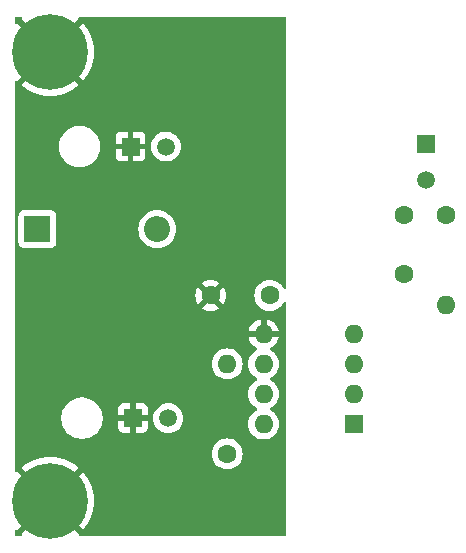
<source format=gbl>
%TF.GenerationSoftware,KiCad,Pcbnew,8.0.0-8.0.0-1~ubuntu22.04.1*%
%TF.CreationDate,2024-03-16T22:32:17-06:00*%
%TF.ProjectId,Isolated_Current_Loop_Monitor,49736f6c-6174-4656-945f-43757272656e,rev?*%
%TF.SameCoordinates,Original*%
%TF.FileFunction,Copper,L2,Bot*%
%TF.FilePolarity,Positive*%
%FSLAX46Y46*%
G04 Gerber Fmt 4.6, Leading zero omitted, Abs format (unit mm)*
G04 Created by KiCad (PCBNEW 8.0.0-8.0.0-1~ubuntu22.04.1) date 2024-03-16 22:32:17*
%MOMM*%
%LPD*%
G01*
G04 APERTURE LIST*
%TA.AperFunction,ComponentPad*%
%ADD10C,1.600000*%
%TD*%
%TA.AperFunction,ComponentPad*%
%ADD11R,1.600000X1.600000*%
%TD*%
%TA.AperFunction,ComponentPad*%
%ADD12O,1.600000X1.600000*%
%TD*%
%TA.AperFunction,ComponentPad*%
%ADD13R,1.520000X1.520000*%
%TD*%
%TA.AperFunction,ComponentPad*%
%ADD14C,1.520000*%
%TD*%
%TA.AperFunction,ComponentPad*%
%ADD15R,2.200000X2.200000*%
%TD*%
%TA.AperFunction,ComponentPad*%
%ADD16O,2.200000X2.200000*%
%TD*%
%TA.AperFunction,ComponentPad*%
%ADD17C,0.800000*%
%TD*%
%TA.AperFunction,ComponentPad*%
%ADD18C,6.400000*%
%TD*%
%TA.AperFunction,ViaPad*%
%ADD19C,0.600000*%
%TD*%
G04 APERTURE END LIST*
D10*
%TO.P,C2,1*%
%TO.N,+12V*%
X135600000Y-98600000D03*
%TO.P,C2,2*%
%TO.N,GND*%
X130600000Y-98600000D03*
%TD*%
D11*
%TO.P,U1,1,NC*%
%TO.N,unconnected-(U1-NC-Pad1)*%
X142700000Y-109500000D03*
D12*
%TO.P,U1,2,C1*%
%TO.N,Net-(U1-C1)*%
X142700000Y-106960000D03*
%TO.P,U1,3,C2*%
%TO.N,Net-(PS1-0V)*%
X142700000Y-104420000D03*
%TO.P,U1,4,NC*%
%TO.N,unconnected-(U1-NC-Pad4)*%
X142700000Y-101880000D03*
%TO.P,U1,5,GND*%
%TO.N,GND*%
X135080000Y-101880000D03*
%TO.P,U1,6,VO2*%
%TO.N,Net-(J3-Pin_2)*%
X135080000Y-104420000D03*
%TO.P,U1,7,VO1*%
%TO.N,unconnected-(U1-VO1-Pad7)*%
X135080000Y-106960000D03*
%TO.P,U1,8,VCC*%
%TO.N,+12V*%
X135080000Y-109500000D03*
%TD*%
D10*
%TO.P,C1,1*%
%TO.N,Net-(J2-Pin_1)*%
X147000000Y-91800000D03*
%TO.P,C1,2*%
%TO.N,Net-(PS1-0V)*%
X147000000Y-96800000D03*
%TD*%
D13*
%TO.P,J1,1,Pin_1*%
%TO.N,GND*%
X123810000Y-86000000D03*
D14*
%TO.P,J1,2,Pin_2*%
%TO.N,Net-(D2-A)*%
X126810000Y-86000000D03*
%TD*%
D13*
%TO.P,J3,1,Pin_1*%
%TO.N,GND*%
X124000000Y-109000000D03*
D14*
%TO.P,J3,2,Pin_2*%
%TO.N,Net-(J3-Pin_2)*%
X127000000Y-109000000D03*
%TD*%
D15*
%TO.P,D2,1,K*%
%TO.N,+12V*%
X115920000Y-93000000D03*
D16*
%TO.P,D2,2,A*%
%TO.N,Net-(D2-A)*%
X126080000Y-93000000D03*
%TD*%
D13*
%TO.P,J2,1,Pin_1*%
%TO.N,Net-(J2-Pin_1)*%
X148810000Y-85810000D03*
D14*
%TO.P,J2,2,Pin_2*%
%TO.N,Net-(J2-Pin_2)*%
X148810000Y-88810000D03*
%TD*%
D17*
%TO.P,H2,1,1*%
%TO.N,GND*%
X114600000Y-116000000D03*
X115302944Y-114302944D03*
X115302944Y-117697056D03*
X117000000Y-113600000D03*
D18*
X117000000Y-116000000D03*
D17*
X117000000Y-118400000D03*
X118697056Y-114302944D03*
X118697056Y-117697056D03*
X119400000Y-116000000D03*
%TD*%
D10*
%TO.P,R2,1*%
%TO.N,+12V*%
X132000000Y-112020000D03*
D12*
%TO.P,R2,2*%
%TO.N,Net-(J3-Pin_2)*%
X132000000Y-104400000D03*
%TD*%
D17*
%TO.P,H1,1,1*%
%TO.N,GND*%
X114600000Y-78000000D03*
X115302944Y-76302944D03*
X115302944Y-79697056D03*
X117000000Y-75600000D03*
D18*
X117000000Y-78000000D03*
D17*
X117000000Y-80400000D03*
X118697056Y-76302944D03*
X118697056Y-79697056D03*
X119400000Y-78000000D03*
%TD*%
D10*
%TO.P,R1,1*%
%TO.N,Net-(J2-Pin_2)*%
X150500000Y-91790000D03*
D12*
%TO.P,R1,2*%
%TO.N,Net-(U1-C1)*%
X150500000Y-99410000D03*
%TD*%
D19*
%TO.N,GND*%
X133900000Y-92600000D03*
%TD*%
%TA.AperFunction,Conductor*%
%TO.N,GND*%
G36*
X115091004Y-117555442D02*
G01*
X115052944Y-117647328D01*
X115052944Y-117746784D01*
X115091004Y-117838670D01*
X115161330Y-117908996D01*
X115253216Y-117947056D01*
X115352672Y-117947056D01*
X115444554Y-117908997D01*
X114564648Y-118788903D01*
X114565063Y-118796805D01*
X114592913Y-118837121D01*
X114595241Y-118906951D01*
X114559446Y-118966955D01*
X114496893Y-118998082D01*
X114475166Y-119000000D01*
X114124000Y-119000000D01*
X114056961Y-118980315D01*
X114011206Y-118927511D01*
X114000000Y-118876000D01*
X114000000Y-118524834D01*
X114019685Y-118457795D01*
X114072489Y-118412040D01*
X114141647Y-118402096D01*
X114205203Y-118431121D01*
X114209197Y-118435251D01*
X114211096Y-118435350D01*
X115091004Y-117555442D01*
G37*
%TD.AperFunction*%
%TA.AperFunction,Conductor*%
G36*
X136943039Y-75019685D02*
G01*
X136988794Y-75072489D01*
X137000000Y-75124000D01*
X137000000Y-97965737D01*
X136980315Y-98032776D01*
X136927511Y-98078531D01*
X136858353Y-98088475D01*
X136794797Y-98059450D01*
X136763618Y-98018142D01*
X136739181Y-97965737D01*
X136730568Y-97947266D01*
X136600047Y-97760861D01*
X136600045Y-97760858D01*
X136439141Y-97599954D01*
X136252734Y-97469432D01*
X136252732Y-97469431D01*
X136046497Y-97373261D01*
X136046488Y-97373258D01*
X135826697Y-97314366D01*
X135826693Y-97314365D01*
X135826692Y-97314365D01*
X135826691Y-97314364D01*
X135826686Y-97314364D01*
X135600002Y-97294532D01*
X135599998Y-97294532D01*
X135373313Y-97314364D01*
X135373302Y-97314366D01*
X135153511Y-97373258D01*
X135153502Y-97373261D01*
X134947267Y-97469431D01*
X134947265Y-97469432D01*
X134760858Y-97599954D01*
X134599954Y-97760858D01*
X134469432Y-97947265D01*
X134469431Y-97947267D01*
X134373261Y-98153502D01*
X134373258Y-98153511D01*
X134314366Y-98373302D01*
X134314364Y-98373313D01*
X134294532Y-98599998D01*
X134294532Y-98600001D01*
X134314364Y-98826686D01*
X134314366Y-98826697D01*
X134373258Y-99046488D01*
X134373261Y-99046497D01*
X134469431Y-99252732D01*
X134469432Y-99252734D01*
X134599954Y-99439141D01*
X134760858Y-99600045D01*
X134760861Y-99600047D01*
X134947266Y-99730568D01*
X135153504Y-99826739D01*
X135373308Y-99885635D01*
X135535230Y-99899801D01*
X135599998Y-99905468D01*
X135600000Y-99905468D01*
X135600002Y-99905468D01*
X135656673Y-99900509D01*
X135826692Y-99885635D01*
X136046496Y-99826739D01*
X136252734Y-99730568D01*
X136439139Y-99600047D01*
X136600047Y-99439139D01*
X136730568Y-99252734D01*
X136763618Y-99181857D01*
X136809790Y-99129418D01*
X136876983Y-99110266D01*
X136943865Y-99130482D01*
X136989199Y-99183647D01*
X137000000Y-99234262D01*
X137000000Y-118876000D01*
X136980315Y-118943039D01*
X136927511Y-118988794D01*
X136876000Y-119000000D01*
X119524832Y-119000000D01*
X119457793Y-118980315D01*
X119412038Y-118927511D01*
X119402094Y-118858353D01*
X119431119Y-118794797D01*
X119435250Y-118790800D01*
X119435350Y-118788903D01*
X118555443Y-117908996D01*
X118647328Y-117947056D01*
X118746784Y-117947056D01*
X118838670Y-117908996D01*
X118908996Y-117838670D01*
X118947056Y-117746784D01*
X118947056Y-117647328D01*
X118908996Y-117555443D01*
X119788902Y-118435349D01*
X119997475Y-118177785D01*
X119997476Y-118177783D01*
X120208689Y-117852543D01*
X120384755Y-117506994D01*
X120523737Y-117144936D01*
X120624112Y-116770330D01*
X120624113Y-116770323D01*
X120684780Y-116387287D01*
X120705078Y-116000000D01*
X120705078Y-115999999D01*
X120684780Y-115612712D01*
X120624113Y-115229676D01*
X120624112Y-115229669D01*
X120523737Y-114855063D01*
X120384755Y-114493005D01*
X120208689Y-114147456D01*
X119997468Y-113822206D01*
X119788904Y-113564649D01*
X119788903Y-113564648D01*
X118908997Y-114444553D01*
X118947056Y-114352672D01*
X118947056Y-114253216D01*
X118908996Y-114161330D01*
X118838670Y-114091004D01*
X118746784Y-114052944D01*
X118647328Y-114052944D01*
X118555443Y-114091003D01*
X119435350Y-113211096D01*
X119435350Y-113211095D01*
X119177793Y-113002531D01*
X118852543Y-112791310D01*
X118506994Y-112615244D01*
X118144936Y-112476262D01*
X117770330Y-112375887D01*
X117770323Y-112375886D01*
X117387287Y-112315219D01*
X117000001Y-112294922D01*
X116999999Y-112294922D01*
X116612712Y-112315219D01*
X116229676Y-112375886D01*
X116229669Y-112375887D01*
X115855063Y-112476262D01*
X115493005Y-112615244D01*
X115147456Y-112791310D01*
X114822206Y-113002531D01*
X114564648Y-113211095D01*
X114564648Y-113211096D01*
X115444555Y-114091002D01*
X115352672Y-114052944D01*
X115253216Y-114052944D01*
X115161330Y-114091004D01*
X115091004Y-114161330D01*
X115052944Y-114253216D01*
X115052944Y-114352672D01*
X115091002Y-114444554D01*
X114211096Y-113564648D01*
X114203193Y-113565062D01*
X114162878Y-113592912D01*
X114093047Y-113595239D01*
X114033044Y-113559443D01*
X114001918Y-113496889D01*
X114000000Y-113475164D01*
X114000000Y-112020001D01*
X130694532Y-112020001D01*
X130714364Y-112246686D01*
X130714366Y-112246697D01*
X130773258Y-112466488D01*
X130773261Y-112466497D01*
X130869431Y-112672732D01*
X130869432Y-112672734D01*
X130999954Y-112859141D01*
X131160858Y-113020045D01*
X131160861Y-113020047D01*
X131347266Y-113150568D01*
X131553504Y-113246739D01*
X131773308Y-113305635D01*
X131935230Y-113319801D01*
X131999998Y-113325468D01*
X132000000Y-113325468D01*
X132000002Y-113325468D01*
X132056673Y-113320509D01*
X132226692Y-113305635D01*
X132446496Y-113246739D01*
X132652734Y-113150568D01*
X132839139Y-113020047D01*
X133000047Y-112859139D01*
X133130568Y-112672734D01*
X133226739Y-112466496D01*
X133285635Y-112246692D01*
X133305468Y-112020000D01*
X133285635Y-111793308D01*
X133226739Y-111573504D01*
X133130568Y-111367266D01*
X133000047Y-111180861D01*
X133000045Y-111180858D01*
X132839141Y-111019954D01*
X132652734Y-110889432D01*
X132652732Y-110889431D01*
X132446497Y-110793261D01*
X132446488Y-110793258D01*
X132226697Y-110734366D01*
X132226693Y-110734365D01*
X132226692Y-110734365D01*
X132226691Y-110734364D01*
X132226686Y-110734364D01*
X132000002Y-110714532D01*
X131999998Y-110714532D01*
X131773313Y-110734364D01*
X131773302Y-110734366D01*
X131553511Y-110793258D01*
X131553502Y-110793261D01*
X131347267Y-110889431D01*
X131347265Y-110889432D01*
X131160858Y-111019954D01*
X130999954Y-111180858D01*
X130869432Y-111367265D01*
X130869431Y-111367267D01*
X130773261Y-111573502D01*
X130773258Y-111573511D01*
X130714366Y-111793302D01*
X130714364Y-111793313D01*
X130694532Y-112019998D01*
X130694532Y-112020001D01*
X114000000Y-112020001D01*
X114000000Y-109114741D01*
X117949500Y-109114741D01*
X117960311Y-109196853D01*
X117979452Y-109342238D01*
X118015091Y-109475245D01*
X118038842Y-109563887D01*
X118126650Y-109775876D01*
X118126657Y-109775890D01*
X118241392Y-109974617D01*
X118381081Y-110156661D01*
X118381089Y-110156670D01*
X118543330Y-110318911D01*
X118543338Y-110318918D01*
X118725382Y-110458607D01*
X118725385Y-110458608D01*
X118725388Y-110458611D01*
X118924112Y-110573344D01*
X118924117Y-110573346D01*
X118924123Y-110573349D01*
X119015480Y-110611190D01*
X119136113Y-110661158D01*
X119357762Y-110720548D01*
X119585266Y-110750500D01*
X119585273Y-110750500D01*
X119814727Y-110750500D01*
X119814734Y-110750500D01*
X120042238Y-110720548D01*
X120263887Y-110661158D01*
X120475888Y-110573344D01*
X120674612Y-110458611D01*
X120856661Y-110318919D01*
X120856665Y-110318914D01*
X120856670Y-110318911D01*
X121018911Y-110156670D01*
X121018914Y-110156665D01*
X121018919Y-110156661D01*
X121158611Y-109974612D01*
X121254894Y-109807844D01*
X122740000Y-109807844D01*
X122746401Y-109867372D01*
X122746403Y-109867379D01*
X122796645Y-110002086D01*
X122796649Y-110002093D01*
X122882809Y-110117187D01*
X122882812Y-110117190D01*
X122997906Y-110203350D01*
X122997913Y-110203354D01*
X123132620Y-110253596D01*
X123132627Y-110253598D01*
X123192155Y-110259999D01*
X123192172Y-110260000D01*
X123750000Y-110260000D01*
X123750000Y-109444560D01*
X123803147Y-109475245D01*
X123932857Y-109510000D01*
X124067143Y-109510000D01*
X124196853Y-109475245D01*
X124250000Y-109444560D01*
X124250000Y-110260000D01*
X124807828Y-110260000D01*
X124807844Y-110259999D01*
X124867372Y-110253598D01*
X124867379Y-110253596D01*
X125002086Y-110203354D01*
X125002093Y-110203350D01*
X125117187Y-110117190D01*
X125117190Y-110117187D01*
X125203350Y-110002093D01*
X125203354Y-110002086D01*
X125253596Y-109867379D01*
X125253598Y-109867372D01*
X125259999Y-109807844D01*
X125260000Y-109807827D01*
X125260000Y-109250000D01*
X124444560Y-109250000D01*
X124475245Y-109196853D01*
X124510000Y-109067143D01*
X124510000Y-109000001D01*
X125734685Y-109000001D01*
X125753907Y-109219714D01*
X125753909Y-109219724D01*
X125810990Y-109432755D01*
X125810995Y-109432769D01*
X125904203Y-109632654D01*
X125904207Y-109632662D01*
X126030712Y-109813330D01*
X126186669Y-109969287D01*
X126367337Y-110095792D01*
X126367339Y-110095793D01*
X126367342Y-110095795D01*
X126487603Y-110151873D01*
X126567230Y-110189004D01*
X126567232Y-110189004D01*
X126567237Y-110189007D01*
X126780280Y-110246092D01*
X126937222Y-110259822D01*
X126999998Y-110265315D01*
X127000000Y-110265315D01*
X127000002Y-110265315D01*
X127060762Y-110259999D01*
X127219720Y-110246092D01*
X127432763Y-110189007D01*
X127632658Y-110095795D01*
X127813329Y-109969288D01*
X127969288Y-109813329D01*
X128095795Y-109632658D01*
X128157654Y-109500001D01*
X133774532Y-109500001D01*
X133794364Y-109726686D01*
X133794366Y-109726697D01*
X133853258Y-109946488D01*
X133853261Y-109946497D01*
X133949431Y-110152732D01*
X133949432Y-110152734D01*
X134079954Y-110339141D01*
X134240858Y-110500045D01*
X134240861Y-110500047D01*
X134427266Y-110630568D01*
X134633504Y-110726739D01*
X134853308Y-110785635D01*
X135015230Y-110799801D01*
X135079998Y-110805468D01*
X135080000Y-110805468D01*
X135080002Y-110805468D01*
X135136673Y-110800509D01*
X135306692Y-110785635D01*
X135526496Y-110726739D01*
X135732734Y-110630568D01*
X135919139Y-110500047D01*
X136080047Y-110339139D01*
X136210568Y-110152734D01*
X136306739Y-109946496D01*
X136365635Y-109726692D01*
X136385468Y-109500000D01*
X136365635Y-109273308D01*
X136306739Y-109053504D01*
X136210568Y-108847266D01*
X136080047Y-108660861D01*
X136080045Y-108660858D01*
X135919141Y-108499954D01*
X135732734Y-108369432D01*
X135732728Y-108369429D01*
X135674725Y-108342382D01*
X135622285Y-108296210D01*
X135603133Y-108229017D01*
X135623348Y-108162135D01*
X135674725Y-108117618D01*
X135732734Y-108090568D01*
X135919139Y-107960047D01*
X136080047Y-107799139D01*
X136210568Y-107612734D01*
X136306739Y-107406496D01*
X136365635Y-107186692D01*
X136385468Y-106960000D01*
X136365635Y-106733308D01*
X136306739Y-106513504D01*
X136210568Y-106307266D01*
X136080047Y-106120861D01*
X136080045Y-106120858D01*
X135919141Y-105959954D01*
X135732734Y-105829432D01*
X135732728Y-105829429D01*
X135674725Y-105802382D01*
X135622285Y-105756210D01*
X135603133Y-105689017D01*
X135623348Y-105622135D01*
X135674725Y-105577618D01*
X135732734Y-105550568D01*
X135919139Y-105420047D01*
X136080047Y-105259139D01*
X136210568Y-105072734D01*
X136306739Y-104866496D01*
X136365635Y-104646692D01*
X136385468Y-104420000D01*
X136365635Y-104193308D01*
X136306739Y-103973504D01*
X136210568Y-103767266D01*
X136080047Y-103580861D01*
X136080045Y-103580858D01*
X135919141Y-103419954D01*
X135732734Y-103289432D01*
X135732732Y-103289431D01*
X135689842Y-103269431D01*
X135674132Y-103262105D01*
X135621694Y-103215934D01*
X135602542Y-103148740D01*
X135622758Y-103081859D01*
X135674134Y-103037341D01*
X135732484Y-103010132D01*
X135918820Y-102879657D01*
X136079657Y-102718820D01*
X136210134Y-102532482D01*
X136306265Y-102326326D01*
X136306269Y-102326317D01*
X136358872Y-102130000D01*
X135395686Y-102130000D01*
X135400080Y-102125606D01*
X135452741Y-102034394D01*
X135480000Y-101932661D01*
X135480000Y-101827339D01*
X135452741Y-101725606D01*
X135400080Y-101634394D01*
X135395686Y-101630000D01*
X136358872Y-101630000D01*
X136358872Y-101629999D01*
X136306269Y-101433682D01*
X136306265Y-101433673D01*
X136210134Y-101227517D01*
X136079657Y-101041179D01*
X135918820Y-100880342D01*
X135732482Y-100749865D01*
X135526328Y-100653734D01*
X135330000Y-100601127D01*
X135330000Y-101564314D01*
X135325606Y-101559920D01*
X135234394Y-101507259D01*
X135132661Y-101480000D01*
X135027339Y-101480000D01*
X134925606Y-101507259D01*
X134834394Y-101559920D01*
X134830000Y-101564314D01*
X134830000Y-100601127D01*
X134633671Y-100653734D01*
X134427517Y-100749865D01*
X134241179Y-100880342D01*
X134080342Y-101041179D01*
X133949865Y-101227517D01*
X133853734Y-101433673D01*
X133853730Y-101433682D01*
X133801127Y-101629999D01*
X133801128Y-101630000D01*
X134764314Y-101630000D01*
X134759920Y-101634394D01*
X134707259Y-101725606D01*
X134680000Y-101827339D01*
X134680000Y-101932661D01*
X134707259Y-102034394D01*
X134759920Y-102125606D01*
X134764314Y-102130000D01*
X133801128Y-102130000D01*
X133853730Y-102326317D01*
X133853734Y-102326326D01*
X133949865Y-102532482D01*
X134080342Y-102718820D01*
X134241179Y-102879657D01*
X134427518Y-103010134D01*
X134427520Y-103010135D01*
X134485865Y-103037342D01*
X134538305Y-103083514D01*
X134557457Y-103150707D01*
X134537242Y-103217589D01*
X134485867Y-103262105D01*
X134470158Y-103269431D01*
X134427264Y-103289433D01*
X134240858Y-103419954D01*
X134079954Y-103580858D01*
X133949432Y-103767265D01*
X133949431Y-103767267D01*
X133853261Y-103973502D01*
X133853258Y-103973511D01*
X133794366Y-104193302D01*
X133794364Y-104193313D01*
X133774532Y-104419998D01*
X133774532Y-104420001D01*
X133794364Y-104646686D01*
X133794366Y-104646697D01*
X133853258Y-104866488D01*
X133853261Y-104866497D01*
X133949431Y-105072732D01*
X133949432Y-105072734D01*
X134079954Y-105259141D01*
X134240858Y-105420045D01*
X134240861Y-105420047D01*
X134427266Y-105550568D01*
X134485275Y-105577618D01*
X134537714Y-105623791D01*
X134556866Y-105690984D01*
X134536650Y-105757865D01*
X134485275Y-105802382D01*
X134427267Y-105829431D01*
X134427265Y-105829432D01*
X134240858Y-105959954D01*
X134079954Y-106120858D01*
X133949432Y-106307265D01*
X133949431Y-106307267D01*
X133853261Y-106513502D01*
X133853258Y-106513511D01*
X133794366Y-106733302D01*
X133794364Y-106733313D01*
X133774532Y-106959998D01*
X133774532Y-106960001D01*
X133794364Y-107186686D01*
X133794366Y-107186697D01*
X133853258Y-107406488D01*
X133853261Y-107406497D01*
X133949431Y-107612732D01*
X133949432Y-107612734D01*
X134079954Y-107799141D01*
X134240858Y-107960045D01*
X134240861Y-107960047D01*
X134427266Y-108090568D01*
X134485275Y-108117618D01*
X134537714Y-108163791D01*
X134556866Y-108230984D01*
X134536650Y-108297865D01*
X134485275Y-108342382D01*
X134427267Y-108369431D01*
X134427265Y-108369432D01*
X134240858Y-108499954D01*
X134079954Y-108660858D01*
X133949432Y-108847265D01*
X133949431Y-108847267D01*
X133853261Y-109053502D01*
X133853258Y-109053511D01*
X133794366Y-109273302D01*
X133794364Y-109273313D01*
X133774532Y-109499998D01*
X133774532Y-109500001D01*
X128157654Y-109500001D01*
X128189007Y-109432763D01*
X128246092Y-109219720D01*
X128265315Y-109000000D01*
X128246092Y-108780280D01*
X128189007Y-108567237D01*
X128095795Y-108367343D01*
X127969288Y-108186671D01*
X127969286Y-108186668D01*
X127813330Y-108030712D01*
X127632662Y-107904207D01*
X127632654Y-107904203D01*
X127432769Y-107810995D01*
X127432755Y-107810990D01*
X127219724Y-107753909D01*
X127219722Y-107753908D01*
X127219720Y-107753908D01*
X127219718Y-107753907D01*
X127219714Y-107753907D01*
X127000002Y-107734685D01*
X126999998Y-107734685D01*
X126780285Y-107753907D01*
X126780275Y-107753909D01*
X126567244Y-107810990D01*
X126567235Y-107810994D01*
X126367344Y-107904204D01*
X126367342Y-107904205D01*
X126186668Y-108030713D01*
X126030713Y-108186668D01*
X125904205Y-108367342D01*
X125904204Y-108367344D01*
X125810994Y-108567235D01*
X125810990Y-108567244D01*
X125753909Y-108780275D01*
X125753907Y-108780285D01*
X125734685Y-108999998D01*
X125734685Y-109000001D01*
X124510000Y-109000001D01*
X124510000Y-108932857D01*
X124475245Y-108803147D01*
X124444560Y-108750000D01*
X125260000Y-108750000D01*
X125260000Y-108192172D01*
X125259999Y-108192155D01*
X125253598Y-108132627D01*
X125253596Y-108132620D01*
X125203354Y-107997913D01*
X125203350Y-107997906D01*
X125117190Y-107882812D01*
X125117187Y-107882809D01*
X125002093Y-107796649D01*
X125002086Y-107796645D01*
X124867379Y-107746403D01*
X124867372Y-107746401D01*
X124807844Y-107740000D01*
X124250000Y-107740000D01*
X124250000Y-108555439D01*
X124196853Y-108524755D01*
X124067143Y-108490000D01*
X123932857Y-108490000D01*
X123803147Y-108524755D01*
X123750000Y-108555439D01*
X123750000Y-107740000D01*
X123192155Y-107740000D01*
X123132627Y-107746401D01*
X123132620Y-107746403D01*
X122997913Y-107796645D01*
X122997906Y-107796649D01*
X122882812Y-107882809D01*
X122882809Y-107882812D01*
X122796649Y-107997906D01*
X122796645Y-107997913D01*
X122746403Y-108132620D01*
X122746401Y-108132627D01*
X122740000Y-108192155D01*
X122740000Y-108750000D01*
X123555440Y-108750000D01*
X123524755Y-108803147D01*
X123490000Y-108932857D01*
X123490000Y-109067143D01*
X123524755Y-109196853D01*
X123555440Y-109250000D01*
X122740000Y-109250000D01*
X122740000Y-109807844D01*
X121254894Y-109807844D01*
X121273344Y-109775888D01*
X121361158Y-109563887D01*
X121420548Y-109342238D01*
X121450500Y-109114734D01*
X121450500Y-108885266D01*
X121420548Y-108657762D01*
X121361158Y-108436113D01*
X121293702Y-108273261D01*
X121273349Y-108224123D01*
X121273346Y-108224117D01*
X121273344Y-108224112D01*
X121158611Y-108025388D01*
X121158608Y-108025385D01*
X121158607Y-108025382D01*
X121018918Y-107843338D01*
X121018911Y-107843330D01*
X120856670Y-107681089D01*
X120856661Y-107681081D01*
X120674617Y-107541392D01*
X120475890Y-107426657D01*
X120475876Y-107426650D01*
X120263887Y-107338842D01*
X120042238Y-107279452D01*
X120004215Y-107274446D01*
X119814741Y-107249500D01*
X119814734Y-107249500D01*
X119585266Y-107249500D01*
X119585258Y-107249500D01*
X119368715Y-107278009D01*
X119357762Y-107279452D01*
X119264076Y-107304554D01*
X119136112Y-107338842D01*
X118924123Y-107426650D01*
X118924109Y-107426657D01*
X118725382Y-107541392D01*
X118543338Y-107681081D01*
X118381081Y-107843338D01*
X118241392Y-108025382D01*
X118126657Y-108224109D01*
X118126650Y-108224123D01*
X118038842Y-108436112D01*
X117979453Y-108657759D01*
X117979451Y-108657770D01*
X117949500Y-108885258D01*
X117949500Y-109114741D01*
X114000000Y-109114741D01*
X114000000Y-104400001D01*
X130694532Y-104400001D01*
X130714364Y-104626686D01*
X130714366Y-104626697D01*
X130773258Y-104846488D01*
X130773261Y-104846497D01*
X130869431Y-105052732D01*
X130869432Y-105052734D01*
X130999954Y-105239141D01*
X131160858Y-105400045D01*
X131160861Y-105400047D01*
X131347266Y-105530568D01*
X131553504Y-105626739D01*
X131773308Y-105685635D01*
X131935230Y-105699801D01*
X131999998Y-105705468D01*
X132000000Y-105705468D01*
X132000002Y-105705468D01*
X132056673Y-105700509D01*
X132226692Y-105685635D01*
X132446496Y-105626739D01*
X132652734Y-105530568D01*
X132839139Y-105400047D01*
X133000047Y-105239139D01*
X133130568Y-105052734D01*
X133226739Y-104846496D01*
X133285635Y-104626692D01*
X133305468Y-104400000D01*
X133285635Y-104173308D01*
X133226739Y-103953504D01*
X133130568Y-103747266D01*
X133000047Y-103560861D01*
X133000045Y-103560858D01*
X132839141Y-103399954D01*
X132652734Y-103269432D01*
X132652732Y-103269431D01*
X132446497Y-103173261D01*
X132446488Y-103173258D01*
X132226697Y-103114366D01*
X132226693Y-103114365D01*
X132226692Y-103114365D01*
X132226691Y-103114364D01*
X132226686Y-103114364D01*
X132000002Y-103094532D01*
X131999998Y-103094532D01*
X131773313Y-103114364D01*
X131773302Y-103114366D01*
X131553511Y-103173258D01*
X131553502Y-103173261D01*
X131347267Y-103269431D01*
X131347265Y-103269432D01*
X131160858Y-103399954D01*
X130999954Y-103560858D01*
X130869432Y-103747265D01*
X130869431Y-103747267D01*
X130773261Y-103953502D01*
X130773258Y-103953511D01*
X130714366Y-104173302D01*
X130714364Y-104173313D01*
X130694532Y-104399998D01*
X130694532Y-104400001D01*
X114000000Y-104400001D01*
X114000000Y-98600002D01*
X129295034Y-98600002D01*
X129314858Y-98826599D01*
X129314860Y-98826610D01*
X129373730Y-99046317D01*
X129373735Y-99046331D01*
X129469863Y-99252478D01*
X129520974Y-99325472D01*
X130200000Y-98646446D01*
X130200000Y-98652661D01*
X130227259Y-98754394D01*
X130279920Y-98845606D01*
X130354394Y-98920080D01*
X130445606Y-98972741D01*
X130547339Y-99000000D01*
X130553553Y-99000000D01*
X129874526Y-99679025D01*
X129947513Y-99730132D01*
X129947521Y-99730136D01*
X130153668Y-99826264D01*
X130153682Y-99826269D01*
X130373389Y-99885139D01*
X130373400Y-99885141D01*
X130599998Y-99904966D01*
X130600002Y-99904966D01*
X130826599Y-99885141D01*
X130826610Y-99885139D01*
X131046317Y-99826269D01*
X131046331Y-99826264D01*
X131252478Y-99730136D01*
X131325471Y-99679024D01*
X130646447Y-99000000D01*
X130652661Y-99000000D01*
X130754394Y-98972741D01*
X130845606Y-98920080D01*
X130920080Y-98845606D01*
X130972741Y-98754394D01*
X131000000Y-98652661D01*
X131000000Y-98646447D01*
X131679024Y-99325471D01*
X131730136Y-99252478D01*
X131826264Y-99046331D01*
X131826269Y-99046317D01*
X131885139Y-98826610D01*
X131885141Y-98826599D01*
X131904966Y-98600002D01*
X131904966Y-98599997D01*
X131885141Y-98373400D01*
X131885139Y-98373389D01*
X131826269Y-98153682D01*
X131826264Y-98153668D01*
X131730136Y-97947521D01*
X131730132Y-97947513D01*
X131679025Y-97874526D01*
X131000000Y-98553551D01*
X131000000Y-98547339D01*
X130972741Y-98445606D01*
X130920080Y-98354394D01*
X130845606Y-98279920D01*
X130754394Y-98227259D01*
X130652661Y-98200000D01*
X130646448Y-98200000D01*
X131325472Y-97520974D01*
X131252478Y-97469863D01*
X131046331Y-97373735D01*
X131046317Y-97373730D01*
X130826610Y-97314860D01*
X130826599Y-97314858D01*
X130600002Y-97295034D01*
X130599998Y-97295034D01*
X130373400Y-97314858D01*
X130373389Y-97314860D01*
X130153682Y-97373730D01*
X130153673Y-97373734D01*
X129947516Y-97469866D01*
X129947512Y-97469868D01*
X129874526Y-97520973D01*
X129874526Y-97520974D01*
X130553553Y-98200000D01*
X130547339Y-98200000D01*
X130445606Y-98227259D01*
X130354394Y-98279920D01*
X130279920Y-98354394D01*
X130227259Y-98445606D01*
X130200000Y-98547339D01*
X130200000Y-98553552D01*
X129520974Y-97874526D01*
X129520973Y-97874526D01*
X129469868Y-97947512D01*
X129469866Y-97947516D01*
X129373734Y-98153673D01*
X129373730Y-98153682D01*
X129314860Y-98373389D01*
X129314858Y-98373400D01*
X129295034Y-98599997D01*
X129295034Y-98600002D01*
X114000000Y-98600002D01*
X114000000Y-94147870D01*
X114319500Y-94147870D01*
X114319501Y-94147876D01*
X114325908Y-94207483D01*
X114376202Y-94342328D01*
X114376206Y-94342335D01*
X114462452Y-94457544D01*
X114462455Y-94457547D01*
X114577664Y-94543793D01*
X114577671Y-94543797D01*
X114712517Y-94594091D01*
X114712516Y-94594091D01*
X114719444Y-94594835D01*
X114772127Y-94600500D01*
X117067872Y-94600499D01*
X117127483Y-94594091D01*
X117262331Y-94543796D01*
X117377546Y-94457546D01*
X117463796Y-94342331D01*
X117514091Y-94207483D01*
X117520500Y-94147873D01*
X117520499Y-93000000D01*
X124474551Y-93000000D01*
X124494317Y-93251151D01*
X124553126Y-93496110D01*
X124649533Y-93728859D01*
X124781160Y-93943653D01*
X124781161Y-93943656D01*
X124781164Y-93943659D01*
X124944776Y-94135224D01*
X125093066Y-94261875D01*
X125136343Y-94298838D01*
X125136346Y-94298839D01*
X125351140Y-94430466D01*
X125583889Y-94526873D01*
X125828852Y-94585683D01*
X126080000Y-94605449D01*
X126331148Y-94585683D01*
X126576111Y-94526873D01*
X126808859Y-94430466D01*
X127023659Y-94298836D01*
X127215224Y-94135224D01*
X127378836Y-93943659D01*
X127510466Y-93728859D01*
X127606873Y-93496111D01*
X127665683Y-93251148D01*
X127685449Y-93000000D01*
X127665683Y-92748852D01*
X127606873Y-92503889D01*
X127510466Y-92271141D01*
X127510466Y-92271140D01*
X127378839Y-92056346D01*
X127378838Y-92056343D01*
X127341875Y-92013066D01*
X127215224Y-91864776D01*
X127088571Y-91756604D01*
X127023656Y-91701161D01*
X127023653Y-91701160D01*
X126808859Y-91569533D01*
X126576110Y-91473126D01*
X126331151Y-91414317D01*
X126080000Y-91394551D01*
X125828848Y-91414317D01*
X125583889Y-91473126D01*
X125351140Y-91569533D01*
X125136346Y-91701160D01*
X125136343Y-91701161D01*
X124944776Y-91864776D01*
X124781161Y-92056343D01*
X124781160Y-92056346D01*
X124649533Y-92271140D01*
X124553126Y-92503889D01*
X124494317Y-92748848D01*
X124474551Y-93000000D01*
X117520499Y-93000000D01*
X117520499Y-91852128D01*
X117514091Y-91792517D01*
X117480017Y-91701161D01*
X117463797Y-91657671D01*
X117463793Y-91657664D01*
X117377547Y-91542455D01*
X117377544Y-91542452D01*
X117262335Y-91456206D01*
X117262328Y-91456202D01*
X117127482Y-91405908D01*
X117127483Y-91405908D01*
X117067883Y-91399501D01*
X117067881Y-91399500D01*
X117067873Y-91399500D01*
X117067864Y-91399500D01*
X114772129Y-91399500D01*
X114772123Y-91399501D01*
X114712516Y-91405908D01*
X114577671Y-91456202D01*
X114577664Y-91456206D01*
X114462455Y-91542452D01*
X114462452Y-91542455D01*
X114376206Y-91657664D01*
X114376202Y-91657671D01*
X114325908Y-91792517D01*
X114319501Y-91852116D01*
X114319501Y-91852123D01*
X114319500Y-91852135D01*
X114319500Y-94147870D01*
X114000000Y-94147870D01*
X114000000Y-86114741D01*
X117759500Y-86114741D01*
X117770311Y-86196853D01*
X117789452Y-86342238D01*
X117825091Y-86475245D01*
X117848842Y-86563887D01*
X117936650Y-86775876D01*
X117936657Y-86775890D01*
X118051392Y-86974617D01*
X118191081Y-87156661D01*
X118191089Y-87156670D01*
X118353330Y-87318911D01*
X118353338Y-87318918D01*
X118535382Y-87458607D01*
X118535385Y-87458608D01*
X118535388Y-87458611D01*
X118734112Y-87573344D01*
X118734117Y-87573346D01*
X118734123Y-87573349D01*
X118825480Y-87611190D01*
X118946113Y-87661158D01*
X119167762Y-87720548D01*
X119395266Y-87750500D01*
X119395273Y-87750500D01*
X119624727Y-87750500D01*
X119624734Y-87750500D01*
X119852238Y-87720548D01*
X120073887Y-87661158D01*
X120285888Y-87573344D01*
X120484612Y-87458611D01*
X120666661Y-87318919D01*
X120666665Y-87318914D01*
X120666670Y-87318911D01*
X120828911Y-87156670D01*
X120828914Y-87156665D01*
X120828919Y-87156661D01*
X120968611Y-86974612D01*
X121064894Y-86807844D01*
X122550000Y-86807844D01*
X122556401Y-86867372D01*
X122556403Y-86867379D01*
X122606645Y-87002086D01*
X122606649Y-87002093D01*
X122692809Y-87117187D01*
X122692812Y-87117190D01*
X122807906Y-87203350D01*
X122807913Y-87203354D01*
X122942620Y-87253596D01*
X122942627Y-87253598D01*
X123002155Y-87259999D01*
X123002172Y-87260000D01*
X123560000Y-87260000D01*
X123560000Y-86444560D01*
X123613147Y-86475245D01*
X123742857Y-86510000D01*
X123877143Y-86510000D01*
X124006853Y-86475245D01*
X124060000Y-86444560D01*
X124060000Y-87260000D01*
X124617828Y-87260000D01*
X124617844Y-87259999D01*
X124677372Y-87253598D01*
X124677379Y-87253596D01*
X124812086Y-87203354D01*
X124812093Y-87203350D01*
X124927187Y-87117190D01*
X124927190Y-87117187D01*
X125013350Y-87002093D01*
X125013354Y-87002086D01*
X125063596Y-86867379D01*
X125063598Y-86867372D01*
X125069999Y-86807844D01*
X125070000Y-86807827D01*
X125070000Y-86250000D01*
X124254560Y-86250000D01*
X124285245Y-86196853D01*
X124320000Y-86067143D01*
X124320000Y-86000001D01*
X125544685Y-86000001D01*
X125563907Y-86219714D01*
X125563909Y-86219724D01*
X125620990Y-86432755D01*
X125620995Y-86432769D01*
X125714203Y-86632654D01*
X125714207Y-86632662D01*
X125840712Y-86813330D01*
X125996669Y-86969287D01*
X126177337Y-87095792D01*
X126177339Y-87095793D01*
X126177342Y-87095795D01*
X126297603Y-87151873D01*
X126377230Y-87189004D01*
X126377232Y-87189004D01*
X126377237Y-87189007D01*
X126590280Y-87246092D01*
X126747222Y-87259822D01*
X126809998Y-87265315D01*
X126810000Y-87265315D01*
X126810002Y-87265315D01*
X126870762Y-87259999D01*
X127029720Y-87246092D01*
X127242763Y-87189007D01*
X127442658Y-87095795D01*
X127623329Y-86969288D01*
X127779288Y-86813329D01*
X127905795Y-86632658D01*
X127999007Y-86432763D01*
X128056092Y-86219720D01*
X128075315Y-86000000D01*
X128056092Y-85780280D01*
X127999007Y-85567237D01*
X127905795Y-85367343D01*
X127779288Y-85186671D01*
X127779286Y-85186668D01*
X127623330Y-85030712D01*
X127442662Y-84904207D01*
X127442654Y-84904203D01*
X127242769Y-84810995D01*
X127242755Y-84810990D01*
X127029724Y-84753909D01*
X127029722Y-84753908D01*
X127029720Y-84753908D01*
X127029718Y-84753907D01*
X127029714Y-84753907D01*
X126810002Y-84734685D01*
X126809998Y-84734685D01*
X126590285Y-84753907D01*
X126590275Y-84753909D01*
X126377244Y-84810990D01*
X126377235Y-84810994D01*
X126177344Y-84904204D01*
X126177342Y-84904205D01*
X125996668Y-85030713D01*
X125840713Y-85186668D01*
X125714205Y-85367342D01*
X125714204Y-85367344D01*
X125620994Y-85567235D01*
X125620990Y-85567244D01*
X125563909Y-85780275D01*
X125563907Y-85780285D01*
X125544685Y-85999998D01*
X125544685Y-86000001D01*
X124320000Y-86000001D01*
X124320000Y-85932857D01*
X124285245Y-85803147D01*
X124254560Y-85750000D01*
X125070000Y-85750000D01*
X125070000Y-85192172D01*
X125069999Y-85192155D01*
X125063598Y-85132627D01*
X125063596Y-85132620D01*
X125013354Y-84997913D01*
X125013350Y-84997906D01*
X124927190Y-84882812D01*
X124927187Y-84882809D01*
X124812093Y-84796649D01*
X124812086Y-84796645D01*
X124677379Y-84746403D01*
X124677372Y-84746401D01*
X124617844Y-84740000D01*
X124060000Y-84740000D01*
X124060000Y-85555439D01*
X124006853Y-85524755D01*
X123877143Y-85490000D01*
X123742857Y-85490000D01*
X123613147Y-85524755D01*
X123560000Y-85555439D01*
X123560000Y-84740000D01*
X123002155Y-84740000D01*
X122942627Y-84746401D01*
X122942620Y-84746403D01*
X122807913Y-84796645D01*
X122807906Y-84796649D01*
X122692812Y-84882809D01*
X122692809Y-84882812D01*
X122606649Y-84997906D01*
X122606645Y-84997913D01*
X122556403Y-85132620D01*
X122556401Y-85132627D01*
X122550000Y-85192155D01*
X122550000Y-85750000D01*
X123365440Y-85750000D01*
X123334755Y-85803147D01*
X123300000Y-85932857D01*
X123300000Y-86067143D01*
X123334755Y-86196853D01*
X123365440Y-86250000D01*
X122550000Y-86250000D01*
X122550000Y-86807844D01*
X121064894Y-86807844D01*
X121083344Y-86775888D01*
X121171158Y-86563887D01*
X121230548Y-86342238D01*
X121260500Y-86114734D01*
X121260500Y-85885266D01*
X121230548Y-85657762D01*
X121171158Y-85436113D01*
X121083344Y-85224112D01*
X120968611Y-85025388D01*
X120968608Y-85025385D01*
X120968607Y-85025382D01*
X120828918Y-84843338D01*
X120828911Y-84843330D01*
X120666670Y-84681089D01*
X120666661Y-84681081D01*
X120484617Y-84541392D01*
X120285890Y-84426657D01*
X120285876Y-84426650D01*
X120073887Y-84338842D01*
X119852238Y-84279452D01*
X119814215Y-84274446D01*
X119624741Y-84249500D01*
X119624734Y-84249500D01*
X119395266Y-84249500D01*
X119395258Y-84249500D01*
X119178715Y-84278009D01*
X119167762Y-84279452D01*
X119074076Y-84304554D01*
X118946112Y-84338842D01*
X118734123Y-84426650D01*
X118734109Y-84426657D01*
X118535382Y-84541392D01*
X118353338Y-84681081D01*
X118191081Y-84843338D01*
X118051392Y-85025382D01*
X117936657Y-85224109D01*
X117936650Y-85224123D01*
X117848842Y-85436112D01*
X117789453Y-85657759D01*
X117789451Y-85657770D01*
X117759500Y-85885258D01*
X117759500Y-86114741D01*
X114000000Y-86114741D01*
X114000000Y-80524834D01*
X114019685Y-80457795D01*
X114072489Y-80412040D01*
X114141647Y-80402096D01*
X114205203Y-80431121D01*
X114209197Y-80435251D01*
X114211096Y-80435350D01*
X115091004Y-79555442D01*
X115052944Y-79647328D01*
X115052944Y-79746784D01*
X115091004Y-79838670D01*
X115161330Y-79908996D01*
X115253216Y-79947056D01*
X115352672Y-79947056D01*
X115444554Y-79908997D01*
X114564648Y-80788903D01*
X114564649Y-80788904D01*
X114822206Y-80997468D01*
X115147456Y-81208689D01*
X115493005Y-81384755D01*
X115855063Y-81523737D01*
X116229669Y-81624112D01*
X116229676Y-81624113D01*
X116612712Y-81684780D01*
X116999999Y-81705078D01*
X117000001Y-81705078D01*
X117387287Y-81684780D01*
X117770323Y-81624113D01*
X117770330Y-81624112D01*
X118144936Y-81523737D01*
X118506994Y-81384755D01*
X118852543Y-81208689D01*
X119177783Y-80997476D01*
X119177785Y-80997475D01*
X119435349Y-80788902D01*
X118555443Y-79908996D01*
X118647328Y-79947056D01*
X118746784Y-79947056D01*
X118838670Y-79908996D01*
X118908996Y-79838670D01*
X118947056Y-79746784D01*
X118947056Y-79647328D01*
X118908996Y-79555443D01*
X119788902Y-80435349D01*
X119997475Y-80177785D01*
X119997476Y-80177783D01*
X120208689Y-79852543D01*
X120384755Y-79506994D01*
X120523737Y-79144936D01*
X120624112Y-78770330D01*
X120624113Y-78770323D01*
X120684780Y-78387287D01*
X120705078Y-78000000D01*
X120705078Y-77999999D01*
X120684780Y-77612712D01*
X120624113Y-77229676D01*
X120624112Y-77229669D01*
X120523737Y-76855063D01*
X120384755Y-76493005D01*
X120208689Y-76147456D01*
X119997468Y-75822206D01*
X119788904Y-75564649D01*
X119788903Y-75564648D01*
X118908997Y-76444553D01*
X118947056Y-76352672D01*
X118947056Y-76253216D01*
X118908996Y-76161330D01*
X118838670Y-76091004D01*
X118746784Y-76052944D01*
X118647328Y-76052944D01*
X118555443Y-76091003D01*
X119435350Y-75211096D01*
X119434936Y-75203194D01*
X119407087Y-75162880D01*
X119404759Y-75093049D01*
X119440554Y-75033045D01*
X119503107Y-75001918D01*
X119524834Y-75000000D01*
X136876000Y-75000000D01*
X136943039Y-75019685D01*
G37*
%TD.AperFunction*%
%TA.AperFunction,Conductor*%
G36*
X118838668Y-117485115D02*
G01*
X118746784Y-117447056D01*
X118647328Y-117447056D01*
X118555442Y-117485116D01*
X118485116Y-117555442D01*
X118447056Y-117647328D01*
X118447056Y-117746784D01*
X118485115Y-117838668D01*
X117940698Y-117294251D01*
X118042330Y-117220412D01*
X118220412Y-117042330D01*
X118294251Y-116940698D01*
X118838668Y-117485115D01*
G37*
%TD.AperFunction*%
%TA.AperFunction,Conductor*%
G36*
X115779588Y-117042330D02*
G01*
X115957670Y-117220412D01*
X116059300Y-117294251D01*
X115514885Y-117838666D01*
X115552944Y-117746784D01*
X115552944Y-117647328D01*
X115514884Y-117555442D01*
X115444558Y-117485116D01*
X115352672Y-117447056D01*
X115253216Y-117447056D01*
X115161330Y-117485116D01*
X115705748Y-116940698D01*
X115779588Y-117042330D01*
G37*
%TD.AperFunction*%
%TA.AperFunction,Conductor*%
G36*
X116059301Y-114705748D02*
G01*
X115957670Y-114779588D01*
X115779588Y-114957670D01*
X115705748Y-115059300D01*
X115161333Y-114514885D01*
X115253216Y-114552944D01*
X115352672Y-114552944D01*
X115444558Y-114514884D01*
X115514884Y-114444558D01*
X115552944Y-114352672D01*
X115552944Y-114253216D01*
X115514885Y-114161332D01*
X116059301Y-114705748D01*
G37*
%TD.AperFunction*%
%TA.AperFunction,Conductor*%
G36*
X118447056Y-114253216D02*
G01*
X118447056Y-114352672D01*
X118485116Y-114444558D01*
X118555442Y-114514884D01*
X118647328Y-114552944D01*
X118746784Y-114552944D01*
X118838665Y-114514885D01*
X118294251Y-115059300D01*
X118220412Y-114957670D01*
X118042330Y-114779588D01*
X117940698Y-114705748D01*
X118485115Y-114161331D01*
X118447056Y-114253216D01*
G37*
%TD.AperFunction*%
%TA.AperFunction,Conductor*%
G36*
X118838668Y-79485115D02*
G01*
X118746784Y-79447056D01*
X118647328Y-79447056D01*
X118555442Y-79485116D01*
X118485116Y-79555442D01*
X118447056Y-79647328D01*
X118447056Y-79746784D01*
X118485115Y-79838668D01*
X117940698Y-79294251D01*
X118042330Y-79220412D01*
X118220412Y-79042330D01*
X118294251Y-78940698D01*
X118838668Y-79485115D01*
G37*
%TD.AperFunction*%
%TA.AperFunction,Conductor*%
G36*
X115779588Y-79042330D02*
G01*
X115957670Y-79220412D01*
X116059300Y-79294251D01*
X115514885Y-79838666D01*
X115552944Y-79746784D01*
X115552944Y-79647328D01*
X115514884Y-79555442D01*
X115444558Y-79485116D01*
X115352672Y-79447056D01*
X115253216Y-79447056D01*
X115161330Y-79485116D01*
X115705748Y-78940698D01*
X115779588Y-79042330D01*
G37*
%TD.AperFunction*%
%TA.AperFunction,Conductor*%
G36*
X116059301Y-76705748D02*
G01*
X115957670Y-76779588D01*
X115779588Y-76957670D01*
X115705748Y-77059300D01*
X115161333Y-76514885D01*
X115253216Y-76552944D01*
X115352672Y-76552944D01*
X115444558Y-76514884D01*
X115514884Y-76444558D01*
X115552944Y-76352672D01*
X115552944Y-76253216D01*
X115514885Y-76161332D01*
X116059301Y-76705748D01*
G37*
%TD.AperFunction*%
%TA.AperFunction,Conductor*%
G36*
X118447056Y-76253216D02*
G01*
X118447056Y-76352672D01*
X118485116Y-76444558D01*
X118555442Y-76514884D01*
X118647328Y-76552944D01*
X118746784Y-76552944D01*
X118838665Y-76514885D01*
X118294251Y-77059300D01*
X118220412Y-76957670D01*
X118042330Y-76779588D01*
X117940698Y-76705748D01*
X118485115Y-76161331D01*
X118447056Y-76253216D01*
G37*
%TD.AperFunction*%
%TA.AperFunction,Conductor*%
G36*
X114542204Y-75019685D02*
G01*
X114587959Y-75072489D01*
X114597903Y-75141647D01*
X114568878Y-75205203D01*
X114564747Y-75209197D01*
X114564648Y-75211096D01*
X115444555Y-76091002D01*
X115352672Y-76052944D01*
X115253216Y-76052944D01*
X115161330Y-76091004D01*
X115091004Y-76161330D01*
X115052944Y-76253216D01*
X115052944Y-76352672D01*
X115091002Y-76444554D01*
X114211096Y-75564648D01*
X114203193Y-75565062D01*
X114162878Y-75592912D01*
X114093047Y-75595239D01*
X114033044Y-75559443D01*
X114001918Y-75496889D01*
X114000000Y-75475164D01*
X114000000Y-75124000D01*
X114019685Y-75056961D01*
X114072489Y-75011206D01*
X114124000Y-75000000D01*
X114475165Y-75000000D01*
X114542204Y-75019685D01*
G37*
%TD.AperFunction*%
%TD*%
M02*

</source>
